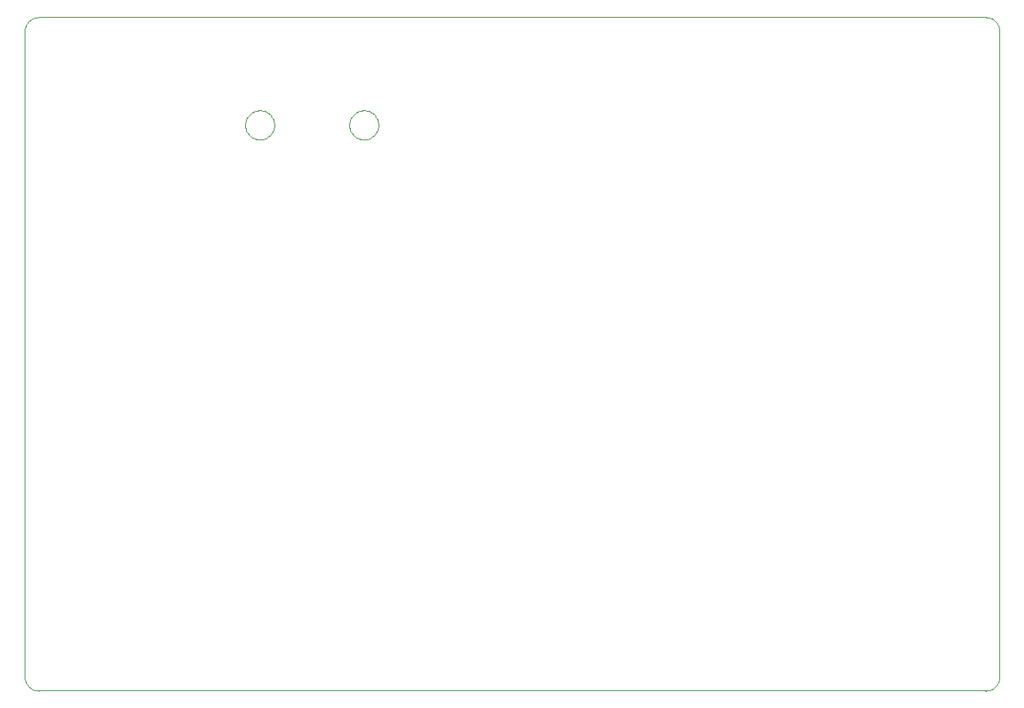
<source format=gko>
G75*
G70*
%OFA0B0*%
%FSLAX24Y24*%
%IPPOS*%
%LPD*%
%AMOC8*
5,1,8,0,0,1.08239X$1,22.5*
%
%ADD10C,0.0039*%
%ADD11C,0.0000*%
D10*
X006662Y005047D02*
X047607Y005047D01*
X047607Y005046D02*
X047653Y005048D01*
X047699Y005053D01*
X047745Y005062D01*
X047790Y005075D01*
X047833Y005091D01*
X047875Y005110D01*
X047916Y005133D01*
X047954Y005159D01*
X047991Y005188D01*
X048025Y005219D01*
X048056Y005253D01*
X048085Y005290D01*
X048111Y005328D01*
X048134Y005369D01*
X048153Y005411D01*
X048169Y005454D01*
X048182Y005499D01*
X048191Y005545D01*
X048196Y005591D01*
X048198Y005637D01*
X048197Y005637D02*
X048197Y033590D01*
X048198Y033590D02*
X048196Y033636D01*
X048191Y033682D01*
X048182Y033728D01*
X048169Y033773D01*
X048153Y033816D01*
X048134Y033858D01*
X048111Y033899D01*
X048085Y033937D01*
X048056Y033974D01*
X048025Y034008D01*
X047991Y034039D01*
X047954Y034068D01*
X047916Y034094D01*
X047875Y034117D01*
X047833Y034136D01*
X047790Y034152D01*
X047745Y034165D01*
X047699Y034174D01*
X047653Y034179D01*
X047607Y034181D01*
X006662Y034181D01*
X006616Y034179D01*
X006570Y034174D01*
X006524Y034165D01*
X006479Y034152D01*
X006436Y034136D01*
X006394Y034117D01*
X006353Y034094D01*
X006315Y034068D01*
X006278Y034039D01*
X006244Y034008D01*
X006213Y033974D01*
X006184Y033937D01*
X006158Y033899D01*
X006135Y033858D01*
X006116Y033816D01*
X006100Y033773D01*
X006087Y033728D01*
X006078Y033682D01*
X006073Y033636D01*
X006071Y033590D01*
X006071Y005637D01*
X006073Y005591D01*
X006078Y005545D01*
X006087Y005499D01*
X006100Y005454D01*
X006116Y005411D01*
X006135Y005369D01*
X006158Y005328D01*
X006184Y005290D01*
X006213Y005253D01*
X006244Y005219D01*
X006278Y005188D01*
X006315Y005159D01*
X006353Y005133D01*
X006394Y005110D01*
X006436Y005091D01*
X006479Y005075D01*
X006524Y005062D01*
X006570Y005053D01*
X006616Y005048D01*
X006662Y005046D01*
D11*
X015596Y029521D02*
X015598Y029571D01*
X015604Y029621D01*
X015614Y029670D01*
X015628Y029718D01*
X015645Y029765D01*
X015666Y029810D01*
X015691Y029854D01*
X015719Y029895D01*
X015751Y029934D01*
X015785Y029971D01*
X015822Y030005D01*
X015862Y030035D01*
X015904Y030062D01*
X015948Y030086D01*
X015994Y030107D01*
X016041Y030123D01*
X016089Y030136D01*
X016139Y030145D01*
X016188Y030150D01*
X016239Y030151D01*
X016289Y030148D01*
X016338Y030141D01*
X016387Y030130D01*
X016435Y030115D01*
X016481Y030097D01*
X016526Y030075D01*
X016569Y030049D01*
X016610Y030020D01*
X016649Y029988D01*
X016685Y029953D01*
X016717Y029915D01*
X016747Y029875D01*
X016774Y029832D01*
X016797Y029788D01*
X016816Y029742D01*
X016832Y029694D01*
X016844Y029645D01*
X016852Y029596D01*
X016856Y029546D01*
X016856Y029496D01*
X016852Y029446D01*
X016844Y029397D01*
X016832Y029348D01*
X016816Y029300D01*
X016797Y029254D01*
X016774Y029210D01*
X016747Y029167D01*
X016717Y029127D01*
X016685Y029089D01*
X016649Y029054D01*
X016610Y029022D01*
X016569Y028993D01*
X016526Y028967D01*
X016481Y028945D01*
X016435Y028927D01*
X016387Y028912D01*
X016338Y028901D01*
X016289Y028894D01*
X016239Y028891D01*
X016188Y028892D01*
X016139Y028897D01*
X016089Y028906D01*
X016041Y028919D01*
X015994Y028935D01*
X015948Y028956D01*
X015904Y028980D01*
X015862Y029007D01*
X015822Y029037D01*
X015785Y029071D01*
X015751Y029108D01*
X015719Y029147D01*
X015691Y029188D01*
X015666Y029232D01*
X015645Y029277D01*
X015628Y029324D01*
X015614Y029372D01*
X015604Y029421D01*
X015598Y029471D01*
X015596Y029521D01*
X020096Y029521D02*
X020098Y029571D01*
X020104Y029621D01*
X020114Y029670D01*
X020128Y029718D01*
X020145Y029765D01*
X020166Y029810D01*
X020191Y029854D01*
X020219Y029895D01*
X020251Y029934D01*
X020285Y029971D01*
X020322Y030005D01*
X020362Y030035D01*
X020404Y030062D01*
X020448Y030086D01*
X020494Y030107D01*
X020541Y030123D01*
X020589Y030136D01*
X020639Y030145D01*
X020688Y030150D01*
X020739Y030151D01*
X020789Y030148D01*
X020838Y030141D01*
X020887Y030130D01*
X020935Y030115D01*
X020981Y030097D01*
X021026Y030075D01*
X021069Y030049D01*
X021110Y030020D01*
X021149Y029988D01*
X021185Y029953D01*
X021217Y029915D01*
X021247Y029875D01*
X021274Y029832D01*
X021297Y029788D01*
X021316Y029742D01*
X021332Y029694D01*
X021344Y029645D01*
X021352Y029596D01*
X021356Y029546D01*
X021356Y029496D01*
X021352Y029446D01*
X021344Y029397D01*
X021332Y029348D01*
X021316Y029300D01*
X021297Y029254D01*
X021274Y029210D01*
X021247Y029167D01*
X021217Y029127D01*
X021185Y029089D01*
X021149Y029054D01*
X021110Y029022D01*
X021069Y028993D01*
X021026Y028967D01*
X020981Y028945D01*
X020935Y028927D01*
X020887Y028912D01*
X020838Y028901D01*
X020789Y028894D01*
X020739Y028891D01*
X020688Y028892D01*
X020639Y028897D01*
X020589Y028906D01*
X020541Y028919D01*
X020494Y028935D01*
X020448Y028956D01*
X020404Y028980D01*
X020362Y029007D01*
X020322Y029037D01*
X020285Y029071D01*
X020251Y029108D01*
X020219Y029147D01*
X020191Y029188D01*
X020166Y029232D01*
X020145Y029277D01*
X020128Y029324D01*
X020114Y029372D01*
X020104Y029421D01*
X020098Y029471D01*
X020096Y029521D01*
M02*

</source>
